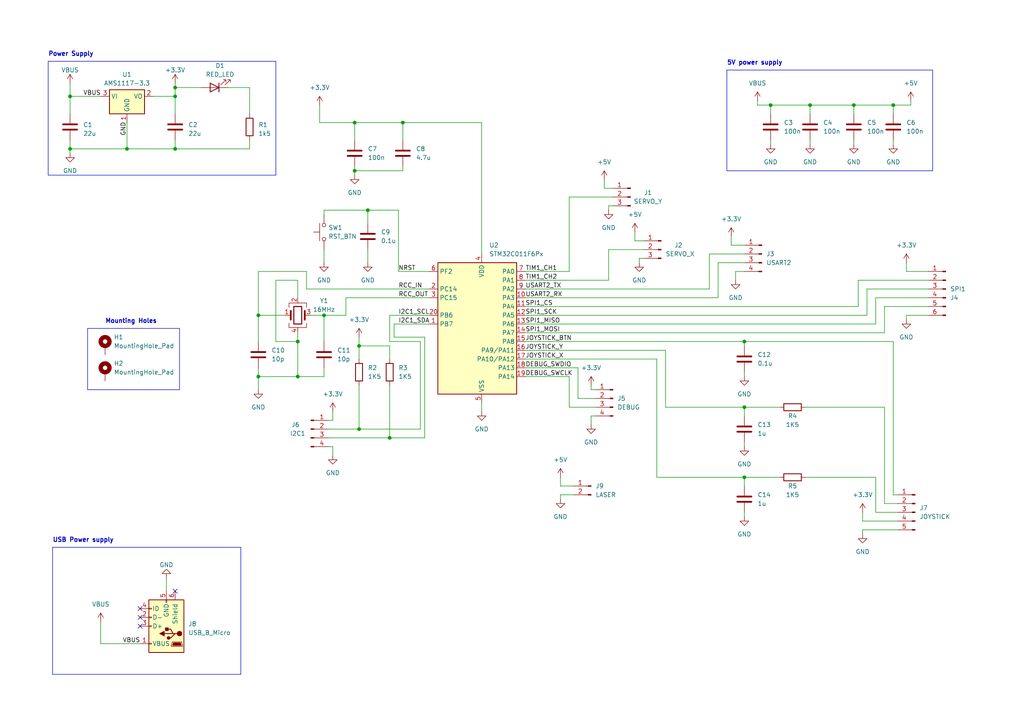
<source format=kicad_sch>
(kicad_sch (version 20230121) (generator eeschema)
  (paper "A4")
  (title_block (title "Cat toy") (rev "1.0") (company "Fedir Katushonok"))
  (lib_symbols
    (symbol "Connector:Conn_01x02_Pin" (pin_names (offset 1.016) hide)
      (property "Reference" "J" (at 0 2.54 0))
      (property "Value" "Conn_01x02_Pin" (at 0 -5.08 0))
      (symbol "Conn_01x02_Pin_1_1"
        (polyline (pts (xy 1.27 -2.54) (xy 0.8636 -2.54)) (stroke (width 0.1524)))
        (polyline (pts (xy 1.27 0) (xy 0.8636 0)) (stroke (width 0.1524)))
        (rectangle (start 0.8636 -2.413) (end 0 -2.667) (stroke (width 0.1524)) (fill (type outline)))
        (rectangle (start 0.8636 0.127) (end 0 -0.127) (stroke (width 0.1524)) (fill (type outline)))
        (pin passive line (at 5.08 0 180) (length 3.81) (name "Pin_1") (number "1"))
        (pin passive line (at 5.08 -2.54 180) (length 3.81) (name "Pin_2") (number "2"))
      )
    )
    (symbol "Connector:Conn_01x03_Pin" (pin_names (offset 1.016) hide)
      (property "Reference" "J" (at 0 5.08 0))
      (property "Value" "Conn_01x03_Pin" (at 0 -5.08 0))
      (symbol "Conn_01x03_Pin_1_1"
        (polyline (pts (xy 1.27 -2.54) (xy 0.8636 -2.54)) (stroke (width 0.1524)))
        (polyline (pts (xy 1.27 0) (xy 0.8636 0)) (stroke (width 0.1524)))
        (polyline (pts (xy 1.27 2.54) (xy 0.8636 2.54)) (stroke (width 0.1524)))
        (rectangle (start 0.8636 -2.413) (end 0 -2.667) (stroke (width 0.1524)) (fill (type outline)))
        (rectangle (start 0.8636 0.127) (end 0 -0.127) (stroke (width 0.1524)) (fill (type outline)))
        (rectangle (start 0.8636 2.667) (end 0 2.413) (stroke (width 0.1524)) (fill (type outline)))
        (pin passive line (at 5.08 2.54 180) (length 3.81) (name "Pin_1") (number "1"))
        (pin passive line (at 5.08 0 180) (length 3.81) (name "Pin_2") (number "2"))
        (pin passive line (at 5.08 -2.54 180) (length 3.81) (name "Pin_3") (number "3"))
      )
    )
    (symbol "Connector:Conn_01x04_Pin" (pin_names (offset 1.016) hide)
      (property "Reference" "J" (at 0 5.08 0))
      (property "Value" "Conn_01x04_Pin" (at 0 -7.62 0))
      (symbol "Conn_01x04_Pin_1_1"
        (polyline (pts (xy 1.27 -5.08) (xy 0.8636 -5.08)) (stroke (width 0.1524)))
        (polyline (pts (xy 1.27 -2.54) (xy 0.8636 -2.54)) (stroke (width 0.1524)))
        (polyline (pts (xy 1.27 0) (xy 0.8636 0)) (stroke (width 0.1524)))
        (polyline (pts (xy 1.27 2.54) (xy 0.8636 2.54)) (stroke (width 0.1524)))
        (rectangle (start 0.8636 -4.953) (end 0 -5.207) (stroke (width 0.1524)) (fill (type outline)))
        (rectangle (start 0.8636 -2.413) (end 0 -2.667) (stroke (width 0.1524)) (fill (type outline)))
        (rectangle (start 0.8636 0.127) (end 0 -0.127) (stroke (width 0.1524)) (fill (type outline)))
        (rectangle (start 0.8636 2.667) (end 0 2.413) (stroke (width 0.1524)) (fill (type outline)))
        (pin passive line (at 5.08 2.54 180) (length 3.81) (name "Pin_1") (number "1"))
        (pin passive line (at 5.08 0 180) (length 3.81) (name "Pin_2") (number "2"))
        (pin passive line (at 5.08 -2.54 180) (length 3.81) (name "Pin_3") (number "3"))
        (pin passive line (at 5.08 -5.08 180) (length 3.81) (name "Pin_4") (number "4"))
      )
    )
    (symbol "Connector:Conn_01x05_Pin" (pin_names (offset 1.016) hide)
      (property "Reference" "J" (at 0 7.62 0))
      (property "Value" "Conn_01x05_Pin" (at 0 -7.62 0))
      (symbol "Conn_01x05_Pin_1_1"
        (polyline (pts (xy 1.27 -5.08) (xy 0.8636 -5.08)) (stroke (width 0.1524)))
        (polyline (pts (xy 1.27 -2.54) (xy 0.8636 -2.54)) (stroke (width 0.1524)))
        (polyline (pts (xy 1.27 0) (xy 0.8636 0)) (stroke (width 0.1524)))
        (polyline (pts (xy 1.27 2.54) (xy 0.8636 2.54)) (stroke (width 0.1524)))
        (polyline (pts (xy 1.27 5.08) (xy 0.8636 5.08)) (stroke (width 0.1524)))
        (rectangle (start 0.8636 -4.953) (end 0 -5.207) (stroke (width 0.1524)) (fill (type outline)))
        (rectangle (start 0.8636 -2.413) (end 0 -2.667) (stroke (width 0.1524)) (fill (type outline)))
        (rectangle (start 0.8636 0.127) (end 0 -0.127) (stroke (width 0.1524)) (fill (type outline)))
        (rectangle (start 0.8636 2.667) (end 0 2.413) (stroke (width 0.1524)) (fill (type outline)))
        (rectangle (start 0.8636 5.207) (end 0 4.953) (stroke (width 0.1524)) (fill (type outline)))
        (pin passive line (at 5.08 5.08 180) (length 3.81) (name "Pin_1") (number "1"))
        (pin passive line (at 5.08 2.54 180) (length 3.81) (name "Pin_2") (number "2"))
        (pin passive line (at 5.08 0 180) (length 3.81) (name "Pin_3") (number "3"))
        (pin passive line (at 5.08 -2.54 180) (length 3.81) (name "Pin_4") (number "4"))
        (pin passive line (at 5.08 -5.08 180) (length 3.81) (name "Pin_5") (number "5"))
      )
    )
    (symbol "Connector:Conn_01x06_Pin" (pin_names (offset 1.016) hide)
      (property "Reference" "J" (at 0 7.62 0))
      (property "Value" "Conn_01x06_Pin" (at 0 -10.16 0))
      (symbol "Conn_01x06_Pin_1_1"
        (polyline (pts (xy 1.27 -7.62) (xy 0.8636 -7.62)) (stroke (width 0.1524)))
        (polyline (pts (xy 1.27 -5.08) (xy 0.8636 -5.08)) (stroke (width 0.1524)))
        (polyline (pts (xy 1.27 -2.54) (xy 0.8636 -2.54)) (stroke (width 0.1524)))
        (polyline (pts (xy 1.27 0) (xy 0.8636 0)) (stroke (width 0.1524)))
        (polyline (pts (xy 1.27 2.54) (xy 0.8636 2.54)) (stroke (width 0.1524)))
        (polyline (pts (xy 1.27 5.08) (xy 0.8636 5.08)) (stroke (width 0.1524)))
        (rectangle (start 0.8636 -7.493) (end 0 -7.747) (stroke (width 0.1524)) (fill (type outline)))
        (rectangle (start 0.8636 -4.953) (end 0 -5.207) (stroke (width 0.1524)) (fill (type outline)))
        (rectangle (start 0.8636 -2.413) (end 0 -2.667) (stroke (width 0.1524)) (fill (type outline)))
        (rectangle (start 0.8636 0.127) (end 0 -0.127) (stroke (width 0.1524)) (fill (type outline)))
        (rectangle (start 0.8636 2.667) (end 0 2.413) (stroke (width 0.1524)) (fill (type outline)))
        (rectangle (start 0.8636 5.207) (end 0 4.953) (stroke (width 0.1524)) (fill (type outline)))
        (pin passive line (at 5.08 5.08 180) (length 3.81) (name "Pin_1") (number "1"))
        (pin passive line (at 5.08 2.54 180) (length 3.81) (name "Pin_2") (number "2"))
        (pin passive line (at 5.08 0 180) (length 3.81) (name "Pin_3") (number "3"))
        (pin passive line (at 5.08 -2.54 180) (length 3.81) (name "Pin_4") (number "4"))
        (pin passive line (at 5.08 -5.08 180) (length 3.81) (name "Pin_5") (number "5"))
        (pin passive line (at 5.08 -7.62 180) (length 3.81) (name "Pin_6") (number "6"))
      )
    )
    (symbol "Connector:USB_B_Micro" (pin_names (offset 1.016))
      (property "Reference" "J" (at -5.08 11.43 0))
      (property "Value" "USB_B_Micro" (at -5.08 8.89 0))
      (symbol "USB_B_Micro_0_1"
        (rectangle (start -5.08 -7.62) (end 5.08 7.62) (stroke (width 0.254)) (fill (type background)))
        (circle (center -3.81 2.159) (radius 0.635) (stroke (width 0.254)) (fill (type outline)))
        (circle (center -0.635 3.429) (radius 0.381) (stroke (width 0.254)) (fill (type outline)))
        (rectangle (start -0.127 -7.62) (end 0.127 -6.858))
        (polyline (pts (xy -1.905 2.159) (xy 0.635 2.159)) (stroke (width 0.254)))
        (polyline (pts (xy -3.175 2.159) (xy -2.54 2.159) (xy -1.27 3.429) (xy -0.635 3.429)) (stroke (width 0.254)))
        (polyline (pts (xy -2.54 2.159) (xy -1.905 2.159) (xy -1.27 0.889) (xy 0 0.889)) (stroke (width 0.254)))
        (polyline (pts (xy 0.635 2.794) (xy 0.635 1.524) (xy 1.905 2.159) (xy 0.635 2.794)) (stroke (width 0.254)) (fill (type outline)))
        (polyline (pts (xy -4.318 5.588) (xy -1.778 5.588) (xy -2.032 4.826) (xy -4.064 4.826) (xy -4.318 5.588)) (fill (type outline)))
        (polyline (pts (xy -4.699 5.842) (xy -4.699 5.588) (xy -4.445 4.826) (xy -4.445 4.572) (xy -1.651 4.572) (xy -1.651 4.826) (xy -1.397 5.588) (xy -1.397 5.842) (xy -4.699 5.842)))
        (rectangle (start 0.254 1.27) (end -0.508 0.508) (stroke (width 0.254)) (fill (type outline)))
        (rectangle (start 5.08 -5.207) (end 4.318 -4.953))
        (rectangle (start 5.08 -2.667) (end 4.318 -2.413))
        (rectangle (start 5.08 -0.127) (end 4.318 0.127))
        (rectangle (start 5.08 4.953) (end 4.318 5.207))
      )
      (symbol "USB_B_Micro_1_1"
        (pin power_out line (at 7.62 5.08 180) (length 2.54) (name "VBUS") (number "1"))
        (pin bidirectional line (at 7.62 -2.54 180) (length 2.54) (name "D-") (number "2"))
        (pin bidirectional line (at 7.62 0 180) (length 2.54) (name "D+") (number "3"))
        (pin passive line (at 7.62 -5.08 180) (length 2.54) (name "ID") (number "4"))
        (pin power_out line (at 0 -10.16 90) (length 2.54) (name "GND") (number "5"))
        (pin passive line (at -2.54 -10.16 90) (length 2.54) (name "Shield") (number "6"))
      )
    )
    (symbol "Device:C" (pin_numbers hide) (pin_names (offset 0.254))
      (property "Reference" "C" (at 0.635 2.54 0))
      (property "Value" "C" (at 0.635 -2.54 0))
      (symbol "C_0_1"
        (polyline (pts (xy -2.032 -0.762) (xy 2.032 -0.762)) (stroke (width 0.508)))
        (polyline (pts (xy -2.032 0.762) (xy 2.032 0.762)) (stroke (width 0.508)))
      )
      (symbol "C_1_1"
        (pin passive line (at 0 3.81 270) (length 2.794) (name "~") (number "1"))
        (pin passive line (at 0 -3.81 90) (length 2.794) (name "~") (number "2"))
      )
    )
    (symbol "Device:Crystal_GND24" (pin_names (offset 1.016) hide)
      (property "Reference" "Y" (at 3.175 5.08 0))
      (property "Value" "Crystal_GND24" (at 3.175 3.175 0))
      (symbol "Crystal_GND24_0_1"
        (rectangle (start -1.143 2.54) (end 1.143 -2.54) (stroke (width 0.3048)))
        (polyline (pts (xy -2.54 0) (xy -2.032 0)))
        (polyline (pts (xy -2.032 -1.27) (xy -2.032 1.27)) (stroke (width 0.508)))
        (polyline (pts (xy 0 -3.81) (xy 0 -3.556)))
        (polyline (pts (xy 0 3.556) (xy 0 3.81)))
        (polyline (pts (xy 2.032 -1.27) (xy 2.032 1.27)) (stroke (width 0.508)))
        (polyline (pts (xy 2.032 0) (xy 2.54 0)))
        (polyline (pts (xy -2.54 -2.286) (xy -2.54 -3.556) (xy 2.54 -3.556) (xy 2.54 -2.286)))
        (polyline (pts (xy -2.54 2.286) (xy -2.54 3.556) (xy 2.54 3.556) (xy 2.54 2.286)))
      )
      (symbol "Crystal_GND24_1_1"
        (pin passive line (at -3.81 0 0) (length 1.27) (name "1") (number "1"))
        (pin passive line (at 0 5.08 270) (length 1.27) (name "2") (number "2"))
        (pin passive line (at 3.81 0 180) (length 1.27) (name "3") (number "3"))
        (pin passive line (at 0 -5.08 90) (length 1.27) (name "4") (number "4"))
      )
    )
    (symbol "Device:LED" (pin_numbers hide) (pin_names (offset 1.016) hide)
      (property "Reference" "D" (at 0 2.54 0))
      (property "Value" "LED" (at 0 -2.54 0))
      (symbol "LED_0_1"
        (polyline (pts (xy -1.27 -1.27) (xy -1.27 1.27)) (stroke (width 0.254)))
        (polyline (pts (xy -1.27 0) (xy 1.27 0)))
        (polyline (pts (xy 1.27 -1.27) (xy 1.27 1.27) (xy -1.27 0) (xy 1.27 -1.27)) (stroke (width 0.254)))
        (polyline (pts (xy -3.048 -0.762) (xy -4.572 -2.286) (xy -3.81 -2.286) (xy -4.572 -2.286) (xy -4.572 -1.524)))
        (polyline (pts (xy -1.778 -0.762) (xy -3.302 -2.286) (xy -2.54 -2.286) (xy -3.302 -2.286) (xy -3.302 -1.524)))
      )
      (symbol "LED_1_1"
        (pin passive line (at -3.81 0 0) (length 2.54) (name "K") (number "1"))
        (pin passive line (at 3.81 0 180) (length 2.54) (name "A") (number "2"))
      )
    )
    (symbol "Device:R" (pin_numbers hide) (pin_names (offset 0))
      (property "Reference" "R" (at 2.032 0 90))
      (property "Value" "R" (at 0 0 90))
      (symbol "R_0_1"
        (rectangle (start -1.016 -2.54) (end 1.016 2.54) (stroke (width 0.254)))
      )
      (symbol "R_1_1"
        (pin passive line (at 0 3.81 270) (length 1.27) (name "~") (number "1"))
        (pin passive line (at 0 -3.81 90) (length 1.27) (name "~") (number "2"))
      )
    )
    (symbol "MCU_ST_STM32C0:STM32C011F6Px"
      (property "Reference" "U" (at -10.16 21.59 0))
      (property "Value" "STM32C011F6Px" (at 5.08 21.59 0))
      (symbol "STM32C011F6Px_0_1"
        (rectangle (start -10.16 -17.78) (end 12.7 20.32) (stroke (width 0.254)) (fill (type background)))
      )
      (symbol "STM32C011F6Px_1_1"
        (pin bidirectional line (at -12.7 2.54 0) (length 2.54) (name "PB7") (number "1"))
        (pin bidirectional line (at 15.24 10.16 180) (length 2.54) (name "PA3") (number "10"))
        (pin bidirectional line (at 15.24 7.62 180) (length 2.54) (name "PA4") (number "11"))
        (pin bidirectional line (at 15.24 5.08 180) (length 2.54) (name "PA5") (number "12"))
        (pin bidirectional line (at 15.24 2.54 180) (length 2.54) (name "PA6") (number "13"))
        (pin bidirectional line (at 15.24 0 180) (length 2.54) (name "PA7") (number "14"))
        (pin bidirectional line (at 15.24 -2.54 180) (length 2.54) (name "PA8") (number "15"))
        (pin bidirectional line (at 15.24 -5.08 180) (length 2.54) (name "PA9/PA11") (number "16"))
        (pin bidirectional line (at 15.24 -7.62 180) (length 2.54) (name "PA10/PA12") (number "17"))
        (pin bidirectional line (at 15.24 -10.16 180) (length 2.54) (name "PA13") (number "18"))
        (pin bidirectional line (at 15.24 -12.7 180) (length 2.54) (name "PA14") (number "19"))
        (pin bidirectional line (at -12.7 12.7 0) (length 2.54) (name "PC14") (number "2"))
        (pin bidirectional line (at -12.7 5.08 0) (length 2.54) (name "PB6") (number "20"))
        (pin bidirectional line (at -12.7 10.16 0) (length 2.54) (name "PC15") (number "3"))
        (pin power_in line (at 2.54 22.86 270) (length 2.54) (name "VDD") (number "4"))
        (pin power_in line (at 2.54 -20.32 90) (length 2.54) (name "VSS") (number "5"))
        (pin bidirectional line (at -12.7 17.78 0) (length 2.54) (name "PF2") (number "6"))
        (pin bidirectional line (at 15.24 17.78 180) (length 2.54) (name "PA0") (number "7"))
        (pin bidirectional line (at 15.24 15.24 180) (length 2.54) (name "PA1") (number "8"))
        (pin bidirectional line (at 15.24 12.7 180) (length 2.54) (name "PA2") (number "9"))
      )
    )
    (symbol "Mechanical:MountingHole_Pad" (pin_numbers hide) (pin_names (offset 1.016) hide)
      (property "Reference" "H" (at 0 6.35 0))
      (property "Value" "MountingHole_Pad" (at 0 4.445 0))
      (symbol "MountingHole_Pad_0_1"
        (circle (center 0 1.27) (radius 1.27) (stroke (width 1.27)))
      )
      (symbol "MountingHole_Pad_1_1"
        (pin input line (at 0 -2.54 90) (length 2.54) (name "1") (number "1"))
      )
    )
    (symbol "Regulator_Linear:AMS1117-3.3"
      (property "Reference" "U" (at -3.81 3.175 0))
      (property "Value" "AMS1117-3.3" (at 0 3.175 0))
      (symbol "AMS1117-3.3_0_1"
        (rectangle (start -5.08 -5.08) (end 5.08 1.905) (stroke (width 0.254)) (fill (type background)))
      )
      (symbol "AMS1117-3.3_1_1"
        (pin power_in line (at 0 -7.62 90) (length 2.54) (name "GND") (number "1"))
        (pin power_out line (at 7.62 0 180) (length 2.54) (name "VO") (number "2"))
        (pin power_in line (at -7.62 0 0) (length 2.54) (name "VI") (number "3"))
      )
    )
    (symbol "Switch:SW_Push" (pin_numbers hide) (pin_names (offset 1.016) hide)
      (property "Reference" "SW" (at 1.27 2.54 0))
      (property "Value" "SW_Push" (at 0 -1.524 0))
      (symbol "SW_Push_0_1"
        (circle (center -2.032 0) (radius 0.508))
        (polyline (pts (xy 0 1.27) (xy 0 3.048)))
        (polyline (pts (xy 2.54 1.27) (xy -2.54 1.27)))
        (circle (center 2.032 0) (radius 0.508))
        (pin passive line (at -5.08 0 0) (length 2.54) (name "1") (number "1"))
        (pin passive line (at 5.08 0 180) (length 2.54) (name "2") (number "2"))
      )
    )
    (symbol "power:+3.3V" (power) (pin_names (offset 0))
      (property "Value" "+3.3V" (at 0 3.556 0))
      (symbol "+3.3V_0_1"
        (polyline (pts (xy -0.762 1.27) (xy 0 2.54)))
        (polyline (pts (xy 0 0) (xy 0 2.54)))
        (polyline (pts (xy 0 2.54) (xy 0.762 1.27)))
      )
      (symbol "+3.3V_1_1"
        (pin power_in line (at 0 0 90) (length 0) hide (name "+3.3V") (number "1"))
      )
    )
    (symbol "power:+5V" (power) (pin_names (offset 0))
      (property "Value" "+5V" (at 0 3.556 0))
      (symbol "+5V_0_1"
        (polyline (pts (xy -0.762 1.27) (xy 0 2.54)))
        (polyline (pts (xy 0 0) (xy 0 2.54)))
        (polyline (pts (xy 0 2.54) (xy 0.762 1.27)))
      )
      (symbol "+5V_1_1"
        (pin power_in line (at 0 0 90) (length 0) hide (name "+5V") (number "1"))
      )
    )
    (symbol "power:GND" (power) (pin_names (offset 0))
      (property "Value" "GND" (at 0 -3.81 0))
      (symbol "GND_0_1"
        (polyline (pts (xy 0 0) (xy 0 -1.27) (xy 1.27 -1.27) (xy 0 -2.54) (xy -1.27 -1.27) (xy 0 -1.27)))
      )
      (symbol "GND_1_1"
        (pin power_in line (at 0 0 270) (length 0) hide (name "GND") (number "1"))
      )
    )
    (symbol "power:VBUS" (power) (pin_names (offset 0))
      (property "Value" "VBUS" (at 0 3.81 0))
      (symbol "VBUS_0_1"
        (polyline (pts (xy -0.762 1.27) (xy 0 2.54)))
        (polyline (pts (xy 0 0) (xy 0 2.54)))
        (polyline (pts (xy 0 2.54) (xy 0.762 1.27)))
      )
      (symbol "VBUS_1_1"
        (pin power_in line (at 0 0 90) (length 0) hide (name "VBUS") (number "1"))
      )
    )
  )
  (junction (at 102.87 35.56))
  (junction (at 50.8 43.18))
  (junction (at 113.03 127))
  (junction (at 259.08 30.48))
  (junction (at 215.9 99.06))
  (junction (at 74.93 91.44))
  (junction (at 20.32 43.18))
  (junction (at 93.98 91.44))
  (junction (at 116.84 35.56))
  (junction (at 36.83 43.18))
  (junction (at 20.32 27.94))
  (junction (at 106.68 60.96))
  (junction (at 102.87 49.53))
  (junction (at 86.36 99.06))
  (junction (at 104.14 124.46))
  (junction (at 247.65 30.48))
  (junction (at 234.95 30.48))
  (junction (at 74.93 109.22))
  (junction (at 86.36 109.22))
  (junction (at 50.8 25.4))
  (junction (at 215.9 138.43))
  (junction (at 104.14 100.33))
  (junction (at 50.8 27.94))
  (junction (at 215.9 118.11))
  (junction (at 223.52 30.48))
  (no_connect (at 40.64 176.53))
  (no_connect (at 40.64 179.07))
  (no_connect (at 50.8 171.45))
  (no_connect (at 40.64 181.61))
  (wire (pts (xy 162.56 138.43) (xy 162.56 140.97)))
  (wire (pts (xy 219.71 29.21) (xy 219.71 30.48)))
  (wire (pts (xy 93.98 106.68) (xy 93.98 109.22)))
  (wire (pts (xy 86.36 99.06) (xy 86.36 109.22)))
  (wire (pts (xy 113.03 91.44) (xy 124.46 91.44)))
  (wire (pts (xy 193.04 101.6) (xy 193.04 118.11)))
  (wire (pts (xy 86.36 109.22) (xy 74.93 109.22)))
  (wire (pts (xy 248.92 81.28) (xy 269.24 81.28)))
  (wire (pts (xy 190.5 104.14) (xy 190.5 138.43)))
  (wire (pts (xy 93.98 91.44) (xy 93.98 99.06)))
  (wire (pts (xy 74.93 106.68) (xy 74.93 109.22)))
  (wire (pts (xy 212.09 68.58) (xy 212.09 71.12)))
  (wire (pts (xy 185.42 74.93) (xy 186.69 74.93)))
  (wire (pts (xy 106.68 72.39) (xy 106.68 76.2)))
  (wire (pts (xy 185.42 76.2) (xy 185.42 74.93)))
  (wire (pts (xy 152.4 78.74) (xy 165.1 78.74)))
  (wire (pts (xy 90.17 91.44) (xy 93.98 91.44)))
  (wire (pts (xy 166.37 143.51) (xy 162.56 143.51)))
  (wire (pts (xy 176.53 60.96) (xy 176.53 59.69)))
  (wire (pts (xy 114.3 97.79) (xy 123.19 97.79)))
  (wire (pts (xy 262.89 92.71) (xy 262.89 91.44)))
  (wire (pts (xy 36.83 35.56) (xy 36.83 43.18)))
  (polyline (pts (xy 80.01 50.8) (xy 80.01 17.78)))
  (wire (pts (xy 50.8 24.13) (xy 50.8 25.4)))
  (wire (pts (xy 262.89 91.44) (xy 269.24 91.44)))
  (wire (pts (xy 116.84 35.56) (xy 116.84 40.64)))
  (wire (pts (xy 72.39 40.64) (xy 72.39 43.18)))
  (wire (pts (xy 96.52 132.08) (xy 96.52 129.54)))
  (wire (pts (xy 100.33 91.44) (xy 100.33 86.36)))
  (polyline (pts (xy 270.51 20.32) (xy 210.82 20.32)))
  (wire (pts (xy 74.93 109.22) (xy 74.93 113.03)))
  (wire (pts (xy 259.08 99.06) (xy 215.9 99.06)))
  (wire (pts (xy 113.03 104.14) (xy 113.03 100.33)))
  (wire (pts (xy 92.71 35.56) (xy 102.87 35.56)))
  (wire (pts (xy 165.1 118.11) (xy 172.72 118.11)))
  (wire (pts (xy 167.64 106.68) (xy 167.64 115.57)))
  (wire (pts (xy 113.03 127) (xy 123.19 127)))
  (polyline (pts (xy 69.85 195.58) (xy 69.85 158.75)))
  (wire (pts (xy 219.71 30.48) (xy 223.52 30.48)))
  (wire (pts (xy 256.54 146.05) (xy 256.54 118.11)))
  (wire (pts (xy 254 93.98) (xy 254 86.36)))
  (wire (pts (xy 74.93 78.74) (xy 74.93 91.44)))
  (wire (pts (xy 115.57 60.96) (xy 106.68 60.96)))
  (wire (pts (xy 102.87 49.53) (xy 102.87 50.8)))
  (wire (pts (xy 212.09 71.12) (xy 215.9 71.12)))
  (wire (pts (xy 74.93 91.44) (xy 82.55 91.44)))
  (wire (pts (xy 44.45 27.94) (xy 50.8 27.94)))
  (wire (pts (xy 165.1 78.74) (xy 165.1 57.15)))
  (wire (pts (xy 215.9 118.11) (xy 215.9 120.65)))
  (wire (pts (xy 152.4 109.22) (xy 165.1 109.22)))
  (wire (pts (xy 176.53 59.69) (xy 177.8 59.69)))
  (wire (pts (xy 152.4 83.82) (xy 205.74 83.82)))
  (wire (pts (xy 104.14 100.33) (xy 104.14 104.14)))
  (wire (pts (xy 167.64 115.57) (xy 172.72 115.57)))
  (wire (pts (xy 104.14 97.79) (xy 104.14 100.33)))
  (wire (pts (xy 93.98 72.39) (xy 93.98 76.2)))
  (wire (pts (xy 29.21 180.34) (xy 29.21 186.69)))
  (polyline (pts (xy 270.51 49.53) (xy 270.51 20.32)))
  (wire (pts (xy 251.46 83.82) (xy 269.24 83.82)))
  (wire (pts (xy 95.25 121.92) (xy 96.52 121.92)))
  (wire (pts (xy 176.53 81.28) (xy 152.4 81.28)))
  (wire (pts (xy 152.4 99.06) (xy 215.9 99.06)))
  (wire (pts (xy 20.32 27.94) (xy 20.32 33.02)))
  (wire (pts (xy 260.35 148.59) (xy 254 148.59)))
  (wire (pts (xy 176.53 72.39) (xy 186.69 72.39)))
  (polyline (pts (xy 210.82 21.59) (xy 210.82 49.53)))
  (wire (pts (xy 86.36 96.52) (xy 86.36 99.06)))
  (wire (pts (xy 29.21 186.69) (xy 40.64 186.69)))
  (polyline (pts (xy 210.82 20.32) (xy 210.82 21.59)))
  (wire (pts (xy 234.95 41.91) (xy 234.95 40.64)))
  (wire (pts (xy 190.5 138.43) (xy 215.9 138.43)))
  (wire (pts (xy 115.57 78.74) (xy 124.46 78.74)))
  (wire (pts (xy 234.95 30.48) (xy 247.65 30.48)))
  (wire (pts (xy 86.36 81.28) (xy 80.01 81.28)))
  (polyline (pts (xy 15.24 158.75) (xy 15.24 195.58)))
  (wire (pts (xy 184.15 69.85) (xy 186.69 69.85)))
  (polyline (pts (xy 15.24 195.58) (xy 69.85 195.58)))
  (wire (pts (xy 113.03 91.44) (xy 113.03 99.06)))
  (wire (pts (xy 250.19 148.59) (xy 250.19 151.13)))
  (wire (pts (xy 88.9 78.74) (xy 74.93 78.74)))
  (wire (pts (xy 113.03 99.06) (xy 121.92 99.06)))
  (wire (pts (xy 121.92 99.06) (xy 121.92 124.46)))
  (wire (pts (xy 254 138.43) (xy 233.68 138.43)))
  (wire (pts (xy 95.25 124.46) (xy 104.14 124.46)))
  (polyline (pts (xy 15.24 158.75) (xy 69.85 158.75)))
  (wire (pts (xy 36.83 43.18) (xy 20.32 43.18)))
  (wire (pts (xy 256.54 96.52) (xy 256.54 88.9)))
  (wire (pts (xy 113.03 111.76) (xy 113.03 127)))
  (wire (pts (xy 93.98 60.96) (xy 93.98 62.23)))
  (wire (pts (xy 116.84 48.26) (xy 116.84 49.53)))
  (wire (pts (xy 96.52 129.54) (xy 95.25 129.54)))
  (wire (pts (xy 184.15 67.31) (xy 184.15 69.85)))
  (wire (pts (xy 250.19 153.67) (xy 260.35 153.67)))
  (wire (pts (xy 175.26 54.61) (xy 177.8 54.61)))
  (wire (pts (xy 215.9 138.43) (xy 215.9 140.97)))
  (wire (pts (xy 102.87 49.53) (xy 116.84 49.53)))
  (wire (pts (xy 171.45 120.65) (xy 172.72 120.65)))
  (wire (pts (xy 48.26 167.64) (xy 48.26 171.45)))
  (wire (pts (xy 80.01 99.06) (xy 86.36 99.06)))
  (wire (pts (xy 114.3 93.98) (xy 124.46 93.98)))
  (wire (pts (xy 223.52 30.48) (xy 234.95 30.48)))
  (wire (pts (xy 50.8 25.4) (xy 58.42 25.4)))
  (wire (pts (xy 223.52 41.91) (xy 223.52 40.64)))
  (wire (pts (xy 152.4 96.52) (xy 256.54 96.52)))
  (wire (pts (xy 259.08 143.51) (xy 260.35 143.51)))
  (wire (pts (xy 165.1 109.22) (xy 165.1 118.11)))
  (polyline (pts (xy 25.4 95.25) (xy 25.4 113.03)))
  (wire (pts (xy 114.3 93.98) (xy 114.3 97.79)))
  (wire (pts (xy 152.4 91.44) (xy 251.46 91.44)))
  (wire (pts (xy 193.04 118.11) (xy 215.9 118.11)))
  (wire (pts (xy 247.65 41.91) (xy 247.65 40.64)))
  (wire (pts (xy 104.14 124.46) (xy 121.92 124.46)))
  (wire (pts (xy 213.36 81.28) (xy 213.36 78.74)))
  (wire (pts (xy 259.08 143.51) (xy 259.08 99.06)))
  (wire (pts (xy 254 86.36) (xy 269.24 86.36)))
  (wire (pts (xy 100.33 86.36) (xy 124.46 86.36)))
  (wire (pts (xy 74.93 99.06) (xy 74.93 91.44)))
  (wire (pts (xy 20.32 27.94) (xy 29.21 27.94)))
  (wire (pts (xy 50.8 40.64) (xy 50.8 43.18)))
  (wire (pts (xy 264.16 29.21) (xy 264.16 30.48)))
  (wire (pts (xy 115.57 78.74) (xy 115.57 60.96)))
  (wire (pts (xy 20.32 43.18) (xy 20.32 44.45)))
  (wire (pts (xy 262.89 78.74) (xy 269.24 78.74)))
  (wire (pts (xy 20.32 24.13) (xy 20.32 27.94)))
  (wire (pts (xy 171.45 111.76) (xy 171.45 113.03)))
  (wire (pts (xy 102.87 35.56) (xy 102.87 40.64)))
  (wire (pts (xy 86.36 86.36) (xy 86.36 81.28)))
  (wire (pts (xy 50.8 43.18) (xy 36.83 43.18)))
  (wire (pts (xy 152.4 86.36) (xy 208.28 86.36)))
  (wire (pts (xy 226.06 118.11) (xy 215.9 118.11)))
  (wire (pts (xy 50.8 25.4) (xy 50.8 27.94)))
  (wire (pts (xy 171.45 123.19) (xy 171.45 120.65)))
  (wire (pts (xy 215.9 107.95) (xy 215.9 109.22)))
  (wire (pts (xy 152.4 101.6) (xy 193.04 101.6)))
  (wire (pts (xy 139.7 116.84) (xy 139.7 119.38)))
  (wire (pts (xy 139.7 35.56) (xy 116.84 35.56)))
  (wire (pts (xy 223.52 30.48) (xy 223.52 33.02)))
  (wire (pts (xy 208.28 76.2) (xy 215.9 76.2)))
  (wire (pts (xy 226.06 138.43) (xy 215.9 138.43)))
  (polyline (pts (xy 210.82 49.53) (xy 270.51 49.53)))
  (wire (pts (xy 205.74 73.66) (xy 215.9 73.66)))
  (wire (pts (xy 66.04 25.4) (xy 72.39 25.4)))
  (wire (pts (xy 152.4 93.98) (xy 254 93.98)))
  (wire (pts (xy 256.54 88.9) (xy 269.24 88.9)))
  (wire (pts (xy 113.03 100.33) (xy 104.14 100.33)))
  (wire (pts (xy 152.4 88.9) (xy 248.92 88.9)))
  (polyline (pts (xy 25.4 95.25) (xy 52.07 95.25)))
  (wire (pts (xy 205.74 83.82) (xy 205.74 73.66)))
  (wire (pts (xy 215.9 99.06) (xy 215.9 100.33)))
  (wire (pts (xy 247.65 30.48) (xy 247.65 33.02)))
  (wire (pts (xy 213.36 78.74) (xy 215.9 78.74)))
  (wire (pts (xy 251.46 91.44) (xy 251.46 83.82)))
  (wire (pts (xy 102.87 48.26) (xy 102.87 49.53)))
  (wire (pts (xy 123.19 97.79) (xy 123.19 127)))
  (wire (pts (xy 165.1 57.15) (xy 177.8 57.15)))
  (wire (pts (xy 175.26 52.07) (xy 175.26 54.61)))
  (wire (pts (xy 259.08 41.91) (xy 259.08 40.64)))
  (wire (pts (xy 116.84 35.56) (xy 102.87 35.56)))
  (wire (pts (xy 72.39 43.18) (xy 50.8 43.18)))
  (polyline (pts (xy 25.4 113.03) (xy 52.07 113.03)))
  (wire (pts (xy 95.25 127) (xy 113.03 127)))
  (wire (pts (xy 80.01 81.28) (xy 80.01 99.06)))
  (wire (pts (xy 256.54 118.11) (xy 233.68 118.11)))
  (polyline (pts (xy 52.07 113.03) (xy 52.07 95.25)))
  (wire (pts (xy 208.28 86.36) (xy 208.28 76.2)))
  (wire (pts (xy 260.35 146.05) (xy 256.54 146.05)))
  (wire (pts (xy 92.71 30.48) (xy 92.71 35.56)))
  (polyline (pts (xy 13.97 17.78) (xy 13.97 50.8)))
  (wire (pts (xy 106.68 60.96) (xy 106.68 64.77)))
  (polyline (pts (xy 13.97 17.78) (xy 80.01 17.78)))
  (wire (pts (xy 171.45 113.03) (xy 172.72 113.03)))
  (wire (pts (xy 106.68 60.96) (xy 93.98 60.96)))
  (wire (pts (xy 93.98 91.44) (xy 100.33 91.44)))
  (wire (pts (xy 152.4 104.14) (xy 190.5 104.14)))
  (wire (pts (xy 86.36 109.22) (xy 93.98 109.22)))
  (wire (pts (xy 88.9 83.82) (xy 124.46 83.82)))
  (wire (pts (xy 152.4 106.68) (xy 167.64 106.68)))
  (wire (pts (xy 215.9 148.59) (xy 215.9 149.86)))
  (wire (pts (xy 139.7 73.66) (xy 139.7 35.56)))
  (wire (pts (xy 248.92 88.9) (xy 248.92 81.28)))
  (wire (pts (xy 96.52 121.92) (xy 96.52 119.38)))
  (wire (pts (xy 88.9 83.82) (xy 88.9 78.74)))
  (wire (pts (xy 254 148.59) (xy 254 138.43)))
  (wire (pts (xy 262.89 76.2) (xy 262.89 78.74)))
  (wire (pts (xy 20.32 40.64) (xy 20.32 43.18)))
  (wire (pts (xy 162.56 140.97) (xy 166.37 140.97)))
  (wire (pts (xy 50.8 27.94) (xy 50.8 33.02)))
  (wire (pts (xy 250.19 151.13) (xy 260.35 151.13)))
  (wire (pts (xy 72.39 25.4) (xy 72.39 33.02)))
  (wire (pts (xy 234.95 30.48) (xy 234.95 33.02)))
  (wire (pts (xy 259.08 30.48) (xy 259.08 33.02)))
  (wire (pts (xy 250.19 154.94) (xy 250.19 153.67)))
  (wire (pts (xy 104.14 111.76) (xy 104.14 124.46)))
  (wire (pts (xy 215.9 128.27) (xy 215.9 129.54)))
  (wire (pts (xy 162.56 143.51) (xy 162.56 144.78)))
  (wire (pts (xy 247.65 30.48) (xy 259.08 30.48)))
  (polyline (pts (xy 13.97 50.8) (xy 80.01 50.8)))
  (wire (pts (xy 264.16 30.48) (xy 259.08 30.48)))
  (wire (pts (xy 176.53 72.39) (xy 176.53 81.28)))
  (text "Mounting Holes" (at 30.48 93.98 0) (effects (font (size 1.27 1.27) (thickness 0.254) bold) (justify left bottom)))
  (text "5V power supply" (at 210.82 19.05 0) (effects (font (size 1.27 1.27) (thickness 0.254) bold) (justify left bottom)))
  (text "USB Power supply" (at 15.24 157.48 0) (effects (font (size 1.27 1.27) (thickness 0.254) bold) (justify left bottom)))
  (text "Power Supply" (at 13.97 16.51 0) (effects (font (size 1.27 1.27) (thickness 0.254) bold) (justify left bottom)))
  (label "SPI1_SCK" (at 152.4 91.44 0))
  (label "TIM1_CH2" (at 152.4 81.28 0))
  (label "DEBUG_SWCLK" (at 152.4 109.22 0))
  (label "I2C1_SCL" (at 115.57 91.44 0))
  (label "JOYSTICK_Y" (at 152.4 101.6 0))
  (label "RCC_OUT" (at 115.57 86.36 0))
  (label "GND" (at 36.83 39.37 90))
  (label "DEBUG_SWDIO" (at 152.4 106.68 0))
  (label "SPI1_CS" (at 152.4 88.9 0))
  (label "SPI1_MISO" (at 152.4 93.98 0))
  (label "TIM1_CH1" (at 152.4 78.74 0))
  (label "RCC_IN" (at 115.57 83.82 0))
  (label "VBUS" (at 24.13 27.94 0))
  (label "JOYSTICK_BTN" (at 152.4 99.06 0))
  (label "USART2_RX" (at 152.4 86.36 0))
  (label "SPI1_MOSI" (at 152.4 96.52 0))
  (label "JOYSTICK_X" (at 152.4 104.14 0))
  (label "VBUS" (at 35.56 186.69 0))
  (label "USART2_TX" (at 152.4 83.82 0))
  (label "I2C1_SDA" (at 115.57 93.98 0))
  (label "NRST" (at 115.57 78.74 0))
  (symbol (lib_id "Connector:Conn_01x03_Pin") (at 191.77 72.39 0) (mirror y) (unit 1)
    (property "Reference" "J2" (at 195.58 71.12 0) (effects (justify right)))
    (property "Value" "SERVO_X" (at 193.04 73.66 0) (effects (justify right)))
    (property "Footprint" "Connector_PinHeader_2.54mm:PinHeader_1x03_P2.54mm_Vertical" (effects hide))
  )
  (symbol (lib_id "Device:C") (at 20.32 36.83 0) (unit 1)
    (property "Reference" "C1" (at 24.13 36.195 0) (effects (justify left)))
    (property "Value" "22u" (at 24.13 38.735 0) (effects (justify left)))
    (property "Footprint" "Capacitor_SMD:C_0805_2012Metric" (effects hide))
  )
  (symbol (lib_id "power:+3.3V") (at 104.14 97.79 0) (unit 1)
    (property "Reference" "#PWR022" (effects hide))
    (property "Value" "+3.3V" (at 104.14 92.71 0))
  )
  (symbol (lib_id "Device:C") (at 215.9 124.46 0) (unit 1)
    (property "Reference" "C13" (at 219.71 123.19 0) (effects (justify left)))
    (property "Value" "1u" (at 219.71 125.73 0) (effects (justify left)))
    (property "Footprint" "Capacitor_SMD:C_0402_1005Metric" (effects hide))
  )
  (symbol (lib_id "Connector:Conn_01x06_Pin") (at 274.32 83.82 0) (mirror y) (unit 1)
    (property "Reference" "J4" (at 275.59 86.36 0) (effects (justify right)))
    (property "Value" "SPI1" (at 275.59 83.82 0) (effects (justify right)))
    (property "Footprint" "Connector_PinHeader_2.54mm:PinHeader_1x06_P2.54mm_Vertical" (effects hide))
  )
  (symbol (lib_id "Connector:USB_B_Micro") (at 48.26 181.61 180) (unit 1)
    (property "Reference" "J8" (at 54.61 180.975 0) (effects (justify right)))
    (property "Value" "USB_B_Micro" (at 54.61 183.515 0) (effects (justify right)))
    (property "Footprint" "Connector_USB:USB_Micro-B_Wuerth_629105150521" (effects hide))
  )
  (symbol (lib_id "power:GND") (at 215.9 149.86 0) (unit 1)
    (property "Reference" "#PWR032" (effects hide))
    (property "Value" "GND" (at 215.9 154.94 0))
  )
  (symbol (lib_id "Regulator_Linear:AMS1117-3.3") (at 36.83 27.94 0) (unit 1)
    (property "Reference" "U1" (at 36.83 21.59 0))
    (property "Value" "AMS1117-3.3" (at 36.83 24.13 0))
    (property "Footprint" "Package_TO_SOT_SMD:SOT-223-3_TabPin2" (effects hide))
    (property "Datasheet" "http://www.advanced-monolithic.com/pdf/ds1117.pdf" (effects hide))
  )
  (symbol (lib_id "Device:C") (at 247.65 36.83 0) (unit 1)
    (property "Reference" "C5" (at 251.46 35.56 0) (effects (justify left)))
    (property "Value" "100n" (at 251.46 38.1 0) (effects (justify left)))
    (property "Footprint" "Capacitor_SMD:C_0402_1005Metric" (effects hide))
  )
  (symbol (lib_id "power:+3.3V") (at 171.45 111.76 0) (unit 1)
    (property "Reference" "#PWR024" (effects hide))
    (property "Value" "+3.3V" (at 171.45 106.68 0))
  )
  (symbol (lib_id "Device:C") (at 116.84 44.45 0) (unit 1)
    (property "Reference" "C8" (at 120.65 43.18 0) (effects (justify left)))
    (property "Value" "4.7u" (at 120.65 45.72 0) (effects (justify left)))
    (property "Footprint" "Capacitor_SMD:C_0603_1608Metric" (effects hide))
  )
  (symbol (lib_id "Device:C") (at 102.87 44.45 0) (unit 1)
    (property "Reference" "C7" (at 106.68 43.18 0) (effects (justify left)))
    (property "Value" "100n" (at 106.68 45.72 0) (effects (justify left)))
    (property "Footprint" "Capacitor_SMD:C_0402_1005Metric" (effects hide))
  )
  (symbol (lib_id "Connector:Conn_01x04_Pin") (at 177.8 115.57 0) (mirror y) (unit 1)
    (property "Reference" "J5" (at 179.07 115.57 0) (effects (justify right)))
    (property "Value" "DEBUG" (at 179.07 118.11 0) (effects (justify right)))
    (property "Footprint" "Connector_PinHeader_2.54mm:PinHeader_1x04_P2.54mm_Vertical" (effects hide))
  )
  (symbol (lib_id "Device:R") (at 104.14 107.95 0) (unit 1)
    (property "Reference" "R2" (at 106.68 106.68 0) (effects (justify left)))
    (property "Value" "1K5" (at 106.68 109.22 0) (effects (justify left)))
    (property "Footprint" "Resistor_SMD:R_0402_1005Metric" (effects hide))
  )
  (symbol (lib_id "power:GND") (at 262.89 92.71 0) (unit 1)
    (property "Reference" "#PWR021" (effects hide))
    (property "Value" "GND" (at 262.89 97.79 0))
  )
  (symbol (lib_id "power:+3.3V") (at 212.09 68.58 0) (unit 1)
    (property "Reference" "#PWR015" (effects hide))
    (property "Value" "+3.3V" (at 212.09 63.5 0))
  )
  (symbol (lib_id "power:GND") (at 247.65 41.91 0) (unit 1)
    (property "Reference" "#PWR08" (effects hide))
    (property "Value" "GND" (at 247.65 46.99 0))
  )
  (symbol (lib_id "Device:C") (at 215.9 144.78 0) (unit 1)
    (property "Reference" "C14" (at 219.71 143.51 0) (effects (justify left)))
    (property "Value" "1u" (at 219.71 146.05 0) (effects (justify left)))
    (property "Footprint" "Capacitor_SMD:C_0402_1005Metric" (effects hide))
  )
  (symbol (lib_id "power:GND") (at 176.53 60.96 0) (unit 1)
    (property "Reference" "#PWR013" (effects hide))
    (property "Value" "GND" (at 176.53 66.04 0))
  )
  (symbol (lib_id "power:GND") (at 259.08 41.91 0) (unit 1)
    (property "Reference" "#PWR09" (effects hide))
    (property "Value" "GND" (at 259.08 46.99 0))
  )
  (symbol (lib_id "Device:C") (at 215.9 104.14 0) (unit 1)
    (property "Reference" "C12" (at 219.71 102.87 0) (effects (justify left)))
    (property "Value" "0.1u" (at 219.71 105.41 0) (effects (justify left)))
    (property "Footprint" "Capacitor_SMD:C_0402_1005Metric" (effects hide))
  )
  (symbol (lib_id "Device:LED") (at 62.23 25.4 180) (unit 1)
    (property "Reference" "D1" (at 63.8175 19.05 0))
    (property "Value" "RED_LED" (at 63.8175 21.59 0))
    (property "Footprint" "LED_SMD:LED_0603_1608Metric" (effects hide))
  )
  (symbol (lib_id "power:GND") (at 185.42 76.2 0) (unit 1)
    (property "Reference" "#PWR018" (effects hide))
    (property "Value" "GND" (at 185.42 81.28 0))
  )
  (symbol (lib_id "power:+5V") (at 175.26 52.07 0) (unit 1)
    (property "Reference" "#PWR012" (effects hide))
    (property "Value" "+5V" (at 175.26 46.99 0))
  )
  (symbol (lib_id "power:GND") (at 215.9 109.22 0) (unit 1)
    (property "Reference" "#PWR023" (effects hide))
    (property "Value" "GND" (at 215.9 114.3 0))
  )
  (symbol (lib_id "power:VBUS") (at 20.32 24.13 0) (unit 1)
    (property "Reference" "#PWR01" (effects hide))
    (property "Value" "VBUS" (at 20.32 20.32 0))
  )
  (symbol (lib_id "Device:C") (at 93.98 102.87 0) (unit 1)
    (property "Reference" "C11" (at 97.79 101.6 0) (effects (justify left)))
    (property "Value" "10p" (at 97.79 104.14 0) (effects (justify left)))
    (property "Footprint" "Capacitor_SMD:C_0402_1005Metric" (effects hide))
  )
  (symbol (lib_id "Mechanical:MountingHole_Pad") (at 30.48 107.95 0) (unit 1)
    (property "Reference" "H2" (at 33.02 105.41 0) (effects (justify left)))
    (property "Value" "MountingHole_Pad" (at 33.02 107.95 0) (effects (justify left)))
    (property "Footprint" "MountingHole:MountingHole_2.1mm" (effects hide))
  )
  (symbol (lib_id "Device:Crystal_GND24") (at 86.36 91.44 0) (unit 1)
    (property "Reference" "Y1" (at 93.98 87.2491 0))
    (property "Value" "16MHz" (at 93.98 89.7891 0))
    (property "Footprint" "Crystal:Crystal_SMD_3225-4Pin_3.2x2.5mm" (effects hide))
  )
  (symbol (lib_id "power:+5V") (at 184.15 67.31 0) (unit 1)
    (property "Reference" "#PWR014" (effects hide))
    (property "Value" "+5V" (at 184.15 62.23 0))
  )
  (symbol (lib_id "power:+3.3V") (at 250.19 148.59 0) (unit 1)
    (property "Reference" "#PWR031" (effects hide))
    (property "Value" "+3.3V" (at 250.19 143.51 0))
  )
  (symbol (lib_id "Connector:Conn_01x04_Pin") (at 90.17 124.46 0) (unit 1)
    (property "Reference" "J6" (at 85.725 123.19 0))
    (property "Value" "I2C1" (at 86.36 125.73 0))
    (property "Footprint" "Connector_PinHeader_2.54mm:PinHeader_1x04_P2.54mm_Vertical" (effects hide))
  )
  (symbol (lib_id "power:GND") (at 171.45 123.19 0) (unit 1)
    (property "Reference" "#PWR028" (effects hide))
    (property "Value" "GND" (at 171.45 128.27 0))
  )
  (symbol (lib_id "power:+3.3V") (at 262.89 76.2 0) (unit 1)
    (property "Reference" "#PWR019" (effects hide))
    (property "Value" "+3.3V" (at 262.89 71.12 0))
  )
  (symbol (lib_id "Device:R") (at 229.87 118.11 90) (unit 1)
    (property "Reference" "R4" (at 229.87 120.65 90))
    (property "Value" "1K5" (at 229.87 123.19 90))
    (property "Footprint" "Resistor_SMD:R_0402_1005Metric" (effects hide))
  )
  (symbol (lib_id "power:GND") (at 213.36 81.28 0) (unit 1)
    (property "Reference" "#PWR020" (effects hide))
    (property "Value" "GND" (at 213.36 86.36 0))
  )
  (symbol (lib_id "power:+3.3V") (at 92.71 30.48 0) (unit 1)
    (property "Reference" "#PWR05" (effects hide))
    (property "Value" "+3.3V" (at 92.71 25.4 0))
  )
  (symbol (lib_id "power:GND") (at 106.68 76.2 0) (unit 1)
    (property "Reference" "#PWR017" (effects hide))
    (property "Value" "GND" (at 106.68 81.28 0))
  )
  (symbol (lib_id "power:GND") (at 250.19 154.94 0) (unit 1)
    (property "Reference" "#PWR033" (effects hide))
    (property "Value" "GND" (at 250.19 160.02 0))
  )
  (symbol (lib_id "power:GND") (at 234.95 41.91 0) (unit 1)
    (property "Reference" "#PWR07" (effects hide))
    (property "Value" "GND" (at 234.95 46.99 0))
  )
  (symbol (lib_id "Device:C") (at 223.52 36.83 0) (unit 1)
    (property "Reference" "C3" (at 227.33 35.56 0) (effects (justify left)))
    (property "Value" "100n" (at 227.33 38.1 0) (effects (justify left)))
    (property "Footprint" "Capacitor_SMD:C_0402_1005Metric" (effects hide))
  )
  (symbol (lib_id "power:GND") (at 93.98 76.2 0) (unit 1)
    (property "Reference" "#PWR016" (effects hide))
    (property "Value" "GND" (at 93.98 81.28 0))
  )
  (symbol (lib_id "power:GND") (at 162.56 144.78 0) (unit 1)
    (property "Reference" "#PWR037" (effects hide))
    (property "Value" "GND" (at 162.56 149.86 0))
  )
  (symbol (lib_id "power:+3.3V") (at 50.8 24.13 0) (unit 1)
    (property "Reference" "#PWR02" (effects hide))
    (property "Value" "+3.3V" (at 50.8 20.32 0))
  )
  (symbol (lib_id "power:VBUS") (at 219.71 29.21 0) (unit 1)
    (property "Reference" "#PWR03" (effects hide))
    (property "Value" "VBUS" (at 219.71 24.13 0))
  )
  (symbol (lib_id "Device:C") (at 106.68 68.58 0) (unit 1)
    (property "Reference" "C9" (at 110.49 67.31 0) (effects (justify left)))
    (property "Value" "0.1u" (at 110.49 69.85 0) (effects (justify left)))
    (property "Footprint" "Capacitor_SMD:C_0402_1005Metric" (effects hide))
  )
  (symbol (lib_id "Device:R") (at 72.39 36.83 0) (unit 1)
    (property "Reference" "R1" (at 74.93 36.195 0) (effects (justify left)))
    (property "Value" "1k5" (at 74.93 38.735 0) (effects (justify left)))
    (property "Footprint" "Resistor_SMD:R_0402_1005Metric" (effects hide))
  )
  (symbol (lib_id "Switch:SW_Push") (at 93.98 67.31 90) (unit 1)
    (property "Reference" "SW1" (at 95.25 66.04 90) (effects (justify right)))
    (property "Value" "RST_BTN" (at 95.25 68.58 90) (effects (justify right)))
    (property "Footprint" "Button_Switch_SMD:SW_Push_SPST_NO_Alps_SKRK" (effects hide))
  )
  (symbol (lib_id "power:GND") (at 20.32 44.45 0) (unit 1)
    (property "Reference" "#PWR010" (effects hide))
    (property "Value" "GND" (at 20.32 49.53 0))
  )
  (symbol (lib_id "Device:R") (at 113.03 107.95 0) (unit 1)
    (property "Reference" "R3" (at 115.57 106.68 0) (effects (justify left)))
    (property "Value" "1K5" (at 115.57 109.22 0) (effects (justify left)))
    (property "Footprint" "Resistor_SMD:R_0402_1005Metric" (effects hide))
  )
  (symbol (lib_id "power:GND") (at 223.52 41.91 0) (unit 1)
    (property "Reference" "#PWR06" (effects hide))
    (property "Value" "GND" (at 223.52 46.99 0))
  )
  (symbol (lib_id "power:GND") (at 74.93 113.03 0) (unit 1)
    (property "Reference" "#PWR025" (effects hide))
    (property "Value" "GND" (at 74.93 118.11 0))
  )
  (symbol (lib_id "Connector:Conn_01x04_Pin") (at 220.98 73.66 0) (mirror y) (unit 1)
    (property "Reference" "J3" (at 222.25 73.66 0) (effects (justify right)))
    (property "Value" "USART2" (at 222.25 76.2 0) (effects (justify right)))
    (property "Footprint" "Connector_PinHeader_2.54mm:PinHeader_1x04_P2.54mm_Vertical" (effects hide))
  )
  (symbol (lib_id "Connector:Conn_01x05_Pin") (at 265.43 148.59 0) (mirror y) (unit 1)
    (property "Reference" "J7" (at 266.7 147.32 0) (effects (justify right)))
    (property "Value" "JOYSTICK" (at 266.7 149.86 0) (effects (justify right)))
    (property "Footprint" "Connector_PinHeader_2.54mm:PinHeader_1x05_P2.54mm_Vertical" (effects hide))
  )
  (symbol (lib_id "power:GND") (at 139.7 119.38 0) (unit 1)
    (property "Reference" "#PWR027" (effects hide))
    (property "Value" "GND" (at 139.7 124.46 0))
  )
  (symbol (lib_id "power:GND") (at 96.52 132.08 0) (unit 1)
    (property "Reference" "#PWR030" (effects hide))
    (property "Value" "GND" (at 96.52 137.16 0))
  )
  (symbol (lib_id "Device:C") (at 259.08 36.83 0) (unit 1)
    (property "Reference" "C6" (at 262.89 35.56 0) (effects (justify left)))
    (property "Value" "100n" (at 262.89 38.1 0) (effects (justify left)))
    (property "Footprint" "Capacitor_SMD:C_0402_1005Metric" (effects hide))
  )
  (symbol (lib_id "Device:C") (at 234.95 36.83 0) (unit 1)
    (property "Reference" "C4" (at 238.76 35.56 0) (effects (justify left)))
    (property "Value" "100n" (at 238.76 38.1 0) (effects (justify left)))
    (property "Footprint" "Capacitor_SMD:C_0402_1005Metric" (effects hide))
  )
  (symbol (lib_id "power:+5V") (at 264.16 29.21 0) (unit 1)
    (property "Reference" "#PWR04" (effects hide))
    (property "Value" "+5V" (at 264.16 24.13 0))
  )
  (symbol (lib_id "power:VBUS") (at 29.21 180.34 0) (unit 1)
    (property "Reference" "#PWR035" (effects hide))
    (property "Value" "VBUS" (at 29.21 175.26 0))
  )
  (symbol (lib_id "Mechanical:MountingHole_Pad") (at 30.48 100.33 0) (unit 1)
    (property "Reference" "H1" (at 33.02 97.79 0) (effects (justify left)))
    (property "Value" "MountingHole_Pad" (at 33.02 100.33 0) (effects (justify left)))
    (property "Footprint" "MountingHole:MountingHole_2.1mm" (effects hide))
  )
  (symbol (lib_id "power:GND") (at 48.26 167.64 180) (unit 1)
    (property "Reference" "#PWR034" (effects hide))
    (property "Value" "GND" (at 48.26 163.83 0))
  )
  (symbol (lib_id "MCU_ST_STM32C0:STM32C011F6Px") (at 137.16 96.52 0) (unit 1)
    (property "Reference" "U2" (at 141.8941 71.12 0) (effects (justify left)))
    (property "Value" "STM32C011F6Px" (at 141.8941 73.66 0) (effects (justify left)))
    (property "Footprint" "Package_SO:TSSOP-20_4.4x6.5mm_P0.65mm" (effects hide))
    (property "Datasheet" "https://www.st.com/resource/en/datasheet/stm32c011f6.pdf" (effects hide))
  )
  (symbol (lib_id "power:GND") (at 215.9 129.54 0) (unit 1)
    (property "Reference" "#PWR029" (effects hide))
    (property "Value" "GND" (at 215.9 134.62 0))
  )
  (symbol (lib_id "power:+5V") (at 162.56 138.43 0) (unit 1)
    (property "Reference" "#PWR036" (effects hide))
    (property "Value" "+5V" (at 162.56 133.35 0))
  )
  (symbol (lib_id "power:+3.3V") (at 96.52 119.38 0) (unit 1)
    (property "Reference" "#PWR026" (effects hide))
    (property "Value" "+3.3V" (at 96.52 114.3 0))
  )
  (symbol (lib_id "Device:C") (at 74.93 102.87 0) (unit 1)
    (property "Reference" "C10" (at 78.74 101.6 0) (effects (justify left)))
    (property "Value" "10p" (at 78.74 104.14 0) (effects (justify left)))
    (property "Footprint" "Capacitor_SMD:C_0402_1005Metric" (effects hide))
  )
  (symbol (lib_id "Device:C") (at 50.8 36.83 0) (unit 1)
    (property "Reference" "C2" (at 54.61 36.195 0) (effects (justify left)))
    (property "Value" "22u" (at 54.61 38.735 0) (effects (justify left)))
    (property "Footprint" "Capacitor_SMD:C_0805_2012Metric" (effects hide))
  )
  (symbol (lib_id "power:GND") (at 102.87 50.8 0) (unit 1)
    (property "Reference" "#PWR011" (effects hide))
    (property "Value" "GND" (at 102.87 55.88 0))
  )
  (symbol (lib_id "Device:R") (at 229.87 138.43 90) (unit 1)
    (property "Reference" "R5" (at 229.87 140.97 90))
    (property "Value" "1K5" (at 229.87 143.51 90))
    (property "Footprint" "Resistor_SMD:R_0402_1005Metric" (effects hide))
  )
  (symbol (lib_id "Connector:Conn_01x03_Pin") (at 182.88 57.15 0) (mirror y) (unit 1)
    (property "Reference" "J1" (at 187.96 55.88 0))
    (property "Value" "SERVO_Y" (at 187.96 58.42 0))
    (property "Footprint" "Connector_PinHeader_2.54mm:PinHeader_1x03_P2.54mm_Vertical" (effects hide))
  )
  (symbol (lib_id "Connector:Conn_01x02_Pin") (at 171.45 140.97 0) (mirror y) (unit 1)
    (property "Reference" "J9" (at 172.72 140.97 0) (effects (justify right)))
    (property "Value" "LASER" (at 172.72 143.51 0) (effects (justify right)))
    (property "Footprint" "Connector_PinHeader_2.54mm:PinHeader_1x02_P2.54mm_Vertical" (effects hide))
  )
)
</source>
